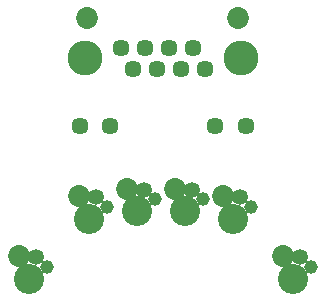
<source format=gbr>
G04 start of page 8 for group -4063 idx -4063 *
G04 Title: (unknown), componentmask *
G04 Creator: pcb 4.2.0 *
G04 CreationDate: Sun Sep  6 18:52:41 2020 UTC *
G04 For: commonadmin *
G04 Format: Gerber/RS-274X *
G04 PCB-Dimensions (mil): 1250.00 1500.00 *
G04 PCB-Coordinate-Origin: lower left *
%MOIN*%
%FSLAX25Y25*%
%LNTOPMASK*%
%ADD86C,0.1162*%
%ADD85C,0.0572*%
%ADD84C,0.0454*%
%ADD83C,0.0532*%
%ADD82C,0.0729*%
%ADD81C,0.1005*%
G54D81*X20000Y20000D03*
G54D82*X16457Y27480D03*
G54D83*X22362Y27087D03*
G54D84*X25906Y23937D03*
G54D81*X108000Y20000D03*
G54D82*X104457Y27480D03*
G54D83*X110362Y27087D03*
G54D84*X113906Y23937D03*
G54D81*X72000Y42500D03*
X88000Y40000D03*
G54D84*X93906Y43937D03*
G54D81*X56000Y42500D03*
X40000Y40000D03*
G54D84*X45906Y43937D03*
G54D83*X74362Y49587D03*
G54D84*X77906Y46437D03*
G54D82*X84457Y47480D03*
G54D83*X90362Y47087D03*
G54D82*X68457Y49980D03*
X52457D03*
G54D83*X58362Y49587D03*
G54D84*X61906Y46437D03*
G54D82*X36457Y47480D03*
G54D83*X42362Y47087D03*
G54D85*X82035Y71020D03*
X92075D03*
G54D82*X89713Y107004D03*
X39319D03*
G54D86*X38531Y93500D03*
G54D85*X36957Y71020D03*
X46996D03*
G54D86*X90500Y93500D03*
G54D85*X74555Y97043D03*
X78571Y89957D03*
X66524Y97043D03*
X58492D03*
X50461D03*
X62508Y89957D03*
X54476D03*
X70539D03*
M02*

</source>
